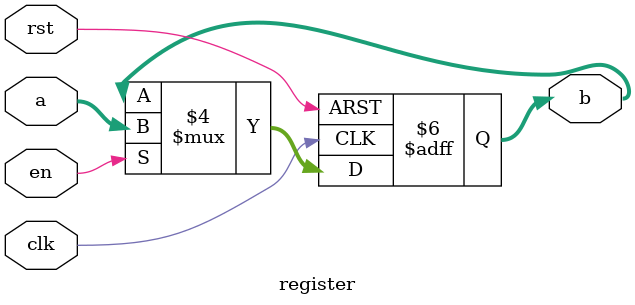
<source format=v>
module register(a, clk, rst, en, b);
	input clk, rst, en;
	input [3:0] a;
	output [3:0] b;
	reg [3:0] b;

	always@(posedge clk or posedge rst) begin
		if(rst == 1'b1) b <= 4'b0;
		else begin
			if(en == 1'b1) b <= a;
		end
	end
endmodule

</source>
